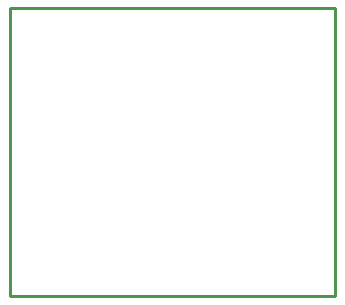
<source format=gko>
G04 Layer: BoardOutline*
G04 EasyEDA v6.4.5, 2020-09-09T10:55:23+00:00*
G04 d09f7638d68c4a4883d6ef385ab6acfa,b97ca10cbf7f413284ca0e80e24dcd20,10*
G04 Gerber Generator version 0.2*
G04 Scale: 100 percent, Rotated: No, Reflected: No *
G04 Dimensions in inches *
G04 leading zeros omitted , absolute positions ,2 integer and 4 decimal *
%FSLAX24Y24*%
%MOIN*%
G90*
G70D02*

%ADD10C,0.010000*%
G54D10*
G01X0Y9600D02*
G01X10850Y9600D01*
G01X10850Y0D01*
G01X0Y0D01*
G01X0Y9600D01*

%LPD*%
M00*
M02*

</source>
